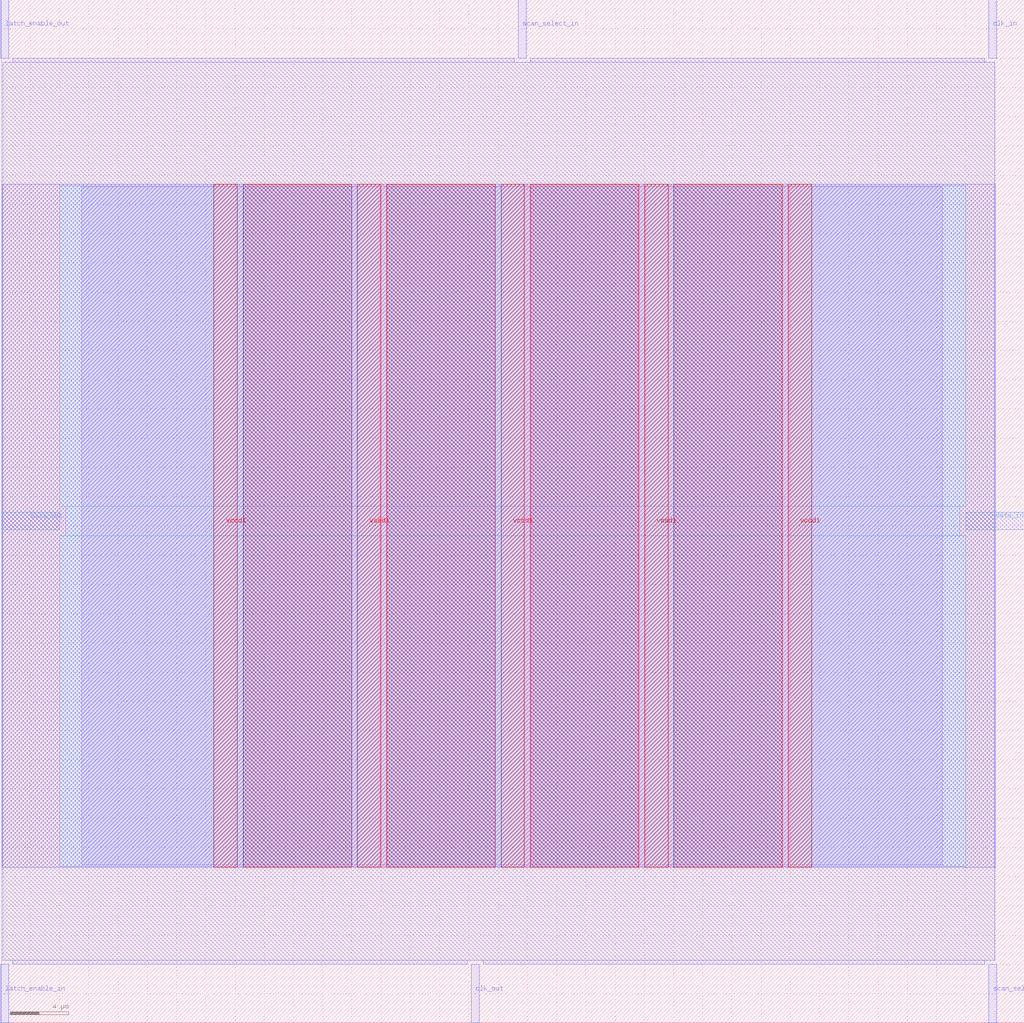
<source format=lef>
VERSION 5.7 ;
  NOWIREEXTENSIONATPIN ON ;
  DIVIDERCHAR "/" ;
  BUSBITCHARS "[]" ;
MACRO scan_wrapper_lesson_1
  CLASS BLOCK ;
  FOREIGN scan_wrapper_lesson_1 ;
  ORIGIN 0.000 0.000 ;
  SIZE 70.000 BY 70.000 ;
  PIN clk_in
    DIRECTION INPUT ;
    USE SIGNAL ;
    PORT
      LAYER met2 ;
        RECT 67.570 66.000 68.130 70.000 ;
    END
  END clk_in
  PIN clk_out
    DIRECTION OUTPUT TRISTATE ;
    USE SIGNAL ;
    PORT
      LAYER met2 ;
        RECT 32.150 0.000 32.710 4.000 ;
    END
  END clk_out
  PIN data_in
    DIRECTION INPUT ;
    USE SIGNAL ;
    PORT
      LAYER met3 ;
        RECT 66.000 33.740 70.000 34.940 ;
    END
  END data_in
  PIN data_out
    DIRECTION OUTPUT TRISTATE ;
    USE SIGNAL ;
    PORT
      LAYER met3 ;
        RECT 0.000 33.740 4.000 34.940 ;
    END
  END data_out
  PIN latch_enable_in
    DIRECTION INPUT ;
    USE SIGNAL ;
    PORT
      LAYER met2 ;
        RECT -0.050 0.000 0.510 4.000 ;
    END
  END latch_enable_in
  PIN latch_enable_out
    DIRECTION OUTPUT TRISTATE ;
    USE SIGNAL ;
    PORT
      LAYER met2 ;
        RECT -0.050 66.000 0.510 70.000 ;
    END
  END latch_enable_out
  PIN scan_select_in
    DIRECTION INPUT ;
    USE SIGNAL ;
    PORT
      LAYER met2 ;
        RECT 35.370 66.000 35.930 70.000 ;
    END
  END scan_select_in
  PIN scan_select_out
    DIRECTION OUTPUT TRISTATE ;
    USE SIGNAL ;
    PORT
      LAYER met2 ;
        RECT 67.570 0.000 68.130 4.000 ;
    END
  END scan_select_out
  PIN vccd1
    DIRECTION INPUT ;
    USE POWER ;
    PORT
      LAYER met4 ;
        RECT 14.550 10.640 16.150 57.360 ;
    END
    PORT
      LAYER met4 ;
        RECT 34.200 10.640 35.800 57.360 ;
    END
    PORT
      LAYER met4 ;
        RECT 53.855 10.640 55.455 57.360 ;
    END
  END vccd1
  PIN vssd1
    DIRECTION INPUT ;
    USE GROUND ;
    PORT
      LAYER met4 ;
        RECT 24.370 10.640 25.970 57.360 ;
    END
    PORT
      LAYER met4 ;
        RECT 44.025 10.640 45.625 57.360 ;
    END
  END vssd1
  OBS
      LAYER li1 ;
        RECT 5.520 10.795 64.400 57.205 ;
      LAYER met1 ;
        RECT 0.070 10.640 68.010 57.360 ;
      LAYER met2 ;
        RECT 0.790 65.720 35.090 66.000 ;
        RECT 36.210 65.720 67.290 66.000 ;
        RECT 0.100 4.280 67.980 65.720 ;
        RECT 0.790 4.000 31.870 4.280 ;
        RECT 32.990 4.000 67.290 4.280 ;
      LAYER met3 ;
        RECT 4.000 35.340 66.000 57.285 ;
        RECT 4.400 33.340 65.600 35.340 ;
        RECT 4.000 10.715 66.000 33.340 ;
      LAYER met4 ;
        RECT 16.550 10.640 23.970 57.360 ;
        RECT 26.370 10.640 33.800 57.360 ;
        RECT 36.200 10.640 43.625 57.360 ;
        RECT 46.025 10.640 53.455 57.360 ;
  END
END scan_wrapper_lesson_1
END LIBRARY


</source>
